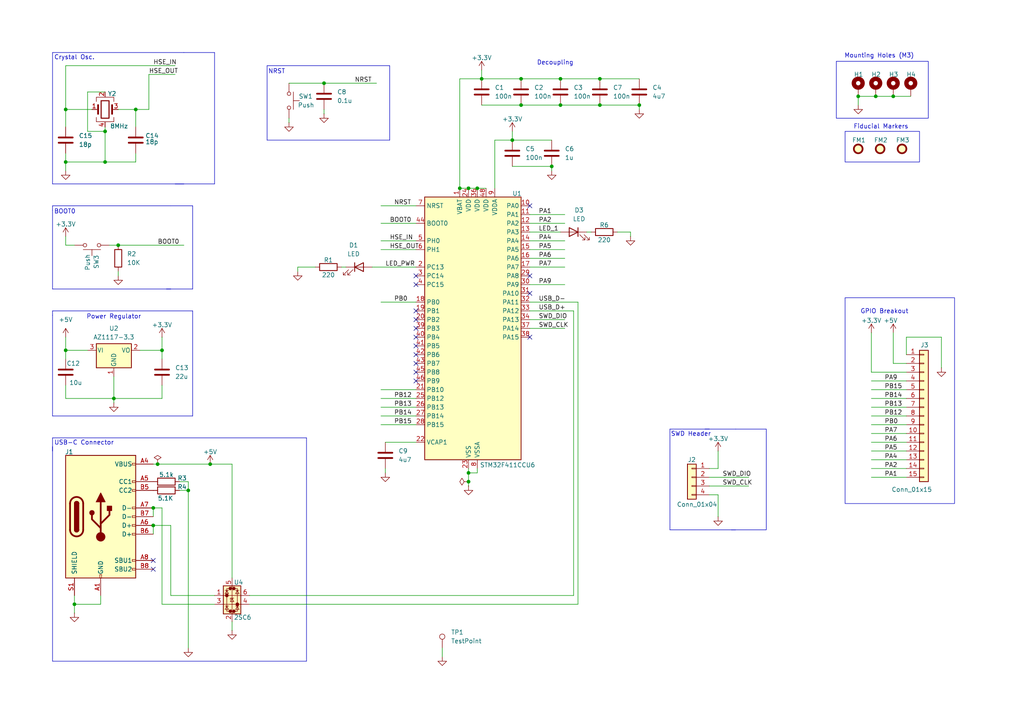
<source format=kicad_sch>
(kicad_sch (version 20231120) (generator "eeschema") (generator_version "8.0")
  (paper "A4")
  (title_block (title "STM32F411 Project") (date "2024-12-18") (rev "V.1"))
  (lib_symbols
    (symbol "Connector:TestPoint" (pin_numbers hide) (pin_names (offset 0.762) hide)
      (property "Reference" "TP" (at 0 6.858 0))
      (property "Value" "TestPoint" (at 0 5.08 0))
      (symbol "TestPoint_1_1"
        (pin passive line (at 0 0 90) (length 2.54) (name "1") (number "1"))
      )
    )
    (symbol "Connector:USB_C_Receptacle_USB2.0_16P" (pin_names (offset 1.016))
      (property "Reference" "J" (at 0 22.225 0))
      (property "Value" "USB_C_Receptacle_USB2.0_16P" (at 0 19.685 0))
      (symbol "USB_C_Receptacle_USB2.0_16P_1_1"
        (pin passive line (at 0 -22.86 90) (length 5.08) (name "GND") (number "A1"))
        (pin passive line (at 0 -22.86 90) (length 5.08) hide (name "GND") (number "A12"))
        (pin passive line (at 15.24 15.24 180) (length 5.08) (name "VBUS") (number "A4"))
        (pin bidirectional line (at 15.24 10.16 180) (length 5.08) (name "CC1") (number "A5"))
        (pin bidirectional line (at 15.24 -2.54 180) (length 5.08) (name "D+") (number "A6"))
        (pin bidirectional line (at 15.24 2.54 180) (length 5.08) (name "D-") (number "A7"))
        (pin bidirectional line (at 15.24 -12.7 180) (length 5.08) (name "SBU1") (number "A8"))
        (pin passive line (at 15.24 15.24 180) (length 5.08) hide (name "VBUS") (number "A9"))
        (pin passive line (at 0 -22.86 90) (length 5.08) hide (name "GND") (number "B1"))
        (pin passive line (at 0 -22.86 90) (length 5.08) hide (name "GND") (number "B12"))
        (pin passive line (at 15.24 15.24 180) (length 5.08) hide (name "VBUS") (number "B4"))
        (pin bidirectional line (at 15.24 7.62 180) (length 5.08) (name "CC2") (number "B5"))
        (pin bidirectional line (at 15.24 -5.08 180) (length 5.08) (name "D+") (number "B6"))
        (pin bidirectional line (at 15.24 0 180) (length 5.08) (name "D-") (number "B7"))
        (pin bidirectional line (at 15.24 -15.24 180) (length 5.08) (name "SBU2") (number "B8"))
        (pin passive line (at 15.24 15.24 180) (length 5.08) hide (name "VBUS") (number "B9"))
        (pin passive line (at -7.62 -22.86 90) (length 5.08) (name "SHIELD") (number "S1"))
      )
    )
    (symbol "Connector_Generic:Conn_01x04" (pin_names (offset 1.016) hide)
      (property "Reference" "J" (at 0 5.08 0))
      (property "Value" "Conn_01x04" (at 0 -7.62 0))
      (symbol "Conn_01x04_1_1"
        (pin passive line (at -5.08 2.54 0) (length 3.81) (name "Pin_1") (number "1"))
        (pin passive line (at -5.08 0 0) (length 3.81) (name "Pin_2") (number "2"))
        (pin passive line (at -5.08 -2.54 0) (length 3.81) (name "Pin_3") (number "3"))
        (pin passive line (at -5.08 -5.08 0) (length 3.81) (name "Pin_4") (number "4"))
      )
    )
    (symbol "Connector_Generic:Conn_01x15" (pin_names (offset 1.016) hide)
      (property "Reference" "J" (at 0 20.32 0))
      (property "Value" "Conn_01x15" (at 0 -20.32 0))
      (symbol "Conn_01x15_1_1"
        (pin passive line (at -5.08 17.78 0) (length 3.81) (name "Pin_1") (number "1"))
        (pin passive line (at -5.08 -5.08 0) (length 3.81) (name "Pin_10") (number "10"))
        (pin passive line (at -5.08 -7.62 0) (length 3.81) (name "Pin_11") (number "11"))
        (pin passive line (at -5.08 -10.16 0) (length 3.81) (name "Pin_12") (number "12"))
        (pin passive line (at -5.08 -12.7 0) (length 3.81) (name "Pin_13") (number "13"))
        (pin passive line (at -5.08 -15.24 0) (length 3.81) (name "Pin_14") (number "14"))
        (pin passive line (at -5.08 -17.78 0) (length 3.81) (name "Pin_15") (number "15"))
        (pin passive line (at -5.08 15.24 0) (length 3.81) (name "Pin_2") (number "2"))
        (pin passive line (at -5.08 12.7 0) (length 3.81) (name "Pin_3") (number "3"))
        (pin passive line (at -5.08 10.16 0) (length 3.81) (name "Pin_4") (number "4"))
        (pin passive line (at -5.08 7.62 0) (length 3.81) (name "Pin_5") (number "5"))
        (pin passive line (at -5.08 5.08 0) (length 3.81) (name "Pin_6") (number "6"))
        (pin passive line (at -5.08 2.54 0) (length 3.81) (name "Pin_7") (number "7"))
        (pin passive line (at -5.08 0 0) (length 3.81) (name "Pin_8") (number "8"))
        (pin passive line (at -5.08 -2.54 0) (length 3.81) (name "Pin_9") (number "9"))
      )
    )
    (symbol "Device:C" (pin_numbers hide) (pin_names (offset 0.254))
      (property "Reference" "C" (at 0.635 2.54 0))
      (property "Value" "C" (at 0.635 -2.54 0))
      (symbol "C_1_1"
        (pin passive line (at 0 3.81 270) (length 2.794) (name "~") (number "1"))
        (pin passive line (at 0 -3.81 90) (length 2.794) (name "~") (number "2"))
      )
    )
    (symbol "Device:Crystal_GND24" (pin_names (offset 1.016) hide)
      (property "Reference" "Y" (at 3.175 5.08 0))
      (property "Value" "Crystal_GND24" (at 3.175 3.175 0))
      (symbol "Crystal_GND24_1_1"
        (pin passive line (at -3.81 0 0) (length 1.27) (name "1") (number "1"))
        (pin passive line (at 0 5.08 270) (length 1.27) (name "2") (number "2"))
        (pin passive line (at 3.81 0 180) (length 1.27) (name "3") (number "3"))
        (pin passive line (at 0 -5.08 90) (length 1.27) (name "4") (number "4"))
      )
    )
    (symbol "Device:LED" (pin_numbers hide) (pin_names (offset 1.016) hide)
      (property "Reference" "D" (at 0 2.54 0))
      (property "Value" "LED" (at 0 -2.54 0))
      (symbol "LED_1_1"
        (pin passive line (at -3.81 0 0) (length 2.54) (name "K") (number "1"))
        (pin passive line (at 3.81 0 180) (length 2.54) (name "A") (number "2"))
      )
    )
    (symbol "Device:R" (pin_numbers hide) (pin_names (offset 0))
      (property "Reference" "R" (at 2.032 0 90))
      (property "Value" "R" (at 0 0 90))
      (symbol "R_1_1"
        (pin passive line (at 0 3.81 270) (length 1.27) (name "~") (number "1"))
        (pin passive line (at 0 -3.81 90) (length 1.27) (name "~") (number "2"))
      )
    )
    (symbol "MCU_ST_STM32F4:STM32F411CCUx"
      (property "Reference" "U" (at -12.7 39.37 0))
      (property "Value" "STM32F411CCUx" (at 10.16 39.37 0))
      (symbol "STM32F411CCUx_1_1"
        (pin power_in line (at -2.54 40.64 270) (length 2.54) (name "VBAT") (number "1"))
        (pin bidirectional line (at 17.78 35.56 180) (length 2.54) (name "PA0") (number "10"))
        (pin bidirectional line (at 17.78 33.02 180) (length 2.54) (name "PA1") (number "11"))
        (pin bidirectional line (at 17.78 30.48 180) (length 2.54) (name "PA2") (number "12"))
        (pin bidirectional line (at 17.78 27.94 180) (length 2.54) (name "PA3") (number "13"))
        (pin bidirectional line (at 17.78 25.4 180) (length 2.54) (name "PA4") (number "14"))
        (pin bidirectional line (at 17.78 22.86 180) (length 2.54) (name "PA5") (number "15"))
        (pin bidirectional line (at 17.78 20.32 180) (length 2.54) (name "PA6") (number "16"))
        (pin bidirectional line (at 17.78 17.78 180) (length 2.54) (name "PA7") (number "17"))
        (pin bidirectional line (at -15.24 7.62 0) (length 2.54) (name "PB0") (number "18"))
        (pin bidirectional line (at -15.24 5.08 0) (length 2.54) (name "PB1") (number "19"))
        (pin bidirectional line (at -15.24 17.78 0) (length 2.54) (name "PC13") (number "2"))
        (pin bidirectional line (at -15.24 2.54 0) (length 2.54) (name "PB2") (number "20"))
        (pin bidirectional line (at -15.24 -17.78 0) (length 2.54) (name "PB10") (number "21"))
        (pin power_out line (at -15.24 -33.02 0) (length 2.54) (name "VCAP1") (number "22"))
        (pin power_in line (at 0 -40.64 90) (length 2.54) (name "VSS") (number "23"))
        (pin power_in line (at 0 40.64 270) (length 2.54) (name "VDD") (number "24"))
        (pin bidirectional line (at -15.24 -20.32 0) (length 2.54) (name "PB12") (number "25"))
        (pin bidirectional line (at -15.24 -22.86 0) (length 2.54) (name "PB13") (number "26"))
        (pin bidirectional line (at -15.24 -25.4 0) (length 2.54) (name "PB14") (number "27"))
        (pin bidirectional line (at -15.24 -27.94 0) (length 2.54) (name "PB15") (number "28"))
        (pin bidirectional line (at 17.78 15.24 180) (length 2.54) (name "PA8") (number "29"))
        (pin bidirectional line (at -15.24 15.24 0) (length 2.54) (name "PC14") (number "3"))
        (pin bidirectional line (at 17.78 12.7 180) (length 2.54) (name "PA9") (number "30"))
        (pin bidirectional line (at 17.78 10.16 180) (length 2.54) (name "PA10") (number "31"))
        (pin bidirectional line (at 17.78 7.62 180) (length 2.54) (name "PA11") (number "32"))
        (pin bidirectional line (at 17.78 5.08 180) (length 2.54) (name "PA12") (number "33"))
        (pin bidirectional line (at 17.78 2.54 180) (length 2.54) (name "PA13") (number "34"))
        (pin passive line (at 0 -40.64 90) (length 2.54) hide (name "VSS") (number "35"))
        (pin power_in line (at 2.54 40.64 270) (length 2.54) (name "VDD") (number "36"))
        (pin bidirectional line (at 17.78 0 180) (length 2.54) (name "PA14") (number "37"))
        (pin bidirectional line (at 17.78 -2.54 180) (length 2.54) (name "PA15") (number "38"))
        (pin bidirectional line (at -15.24 0 0) (length 2.54) (name "PB3") (number "39"))
        (pin bidirectional line (at -15.24 12.7 0) (length 2.54) (name "PC15") (number "4"))
        (pin bidirectional line (at -15.24 -2.54 0) (length 2.54) (name "PB4") (number "40"))
        (pin bidirectional line (at -15.24 -5.08 0) (length 2.54) (name "PB5") (number "41"))
        (pin bidirectional line (at -15.24 -7.62 0) (length 2.54) (name "PB6") (number "42"))
        (pin bidirectional line (at -15.24 -10.16 0) (length 2.54) (name "PB7") (number "43"))
        (pin input line (at -15.24 30.48 0) (length 2.54) (name "BOOT0") (number "44"))
        (pin bidirectional line (at -15.24 -12.7 0) (length 2.54) (name "PB8") (number "45"))
        (pin bidirectional line (at -15.24 -15.24 0) (length 2.54) (name "PB9") (number "46"))
        (pin passive line (at 0 -40.64 90) (length 2.54) hide (name "VSS") (number "47"))
        (pin power_in line (at 5.08 40.64 270) (length 2.54) (name "VDD") (number "48"))
        (pin passive line (at 0 -40.64 90) (length 2.54) hide (name "VSS") (number "49"))
        (pin bidirectional line (at -15.24 25.4 0) (length 2.54) (name "PH0") (number "5"))
        (pin bidirectional line (at -15.24 22.86 0) (length 2.54) (name "PH1") (number "6"))
        (pin input line (at -15.24 35.56 0) (length 2.54) (name "NRST") (number "7"))
        (pin power_in line (at 2.54 -40.64 90) (length 2.54) (name "VSSA") (number "8"))
        (pin power_in line (at 7.62 40.64 270) (length 2.54) (name "VDDA") (number "9"))
      )
    )
    (symbol "Mechanical:Fiducial" (exclude_from_sim yes) (in_bom no)
      (property "Reference" "FID" (at 0 5.08 0))
      (property "Value" "Fiducial" (at 0 3.175 0))
    )
    (symbol "Mechanical:MountingHole_Pad" (pin_numbers hide) (pin_names (offset 1.016) hide) (exclude_from_sim yes) (in_bom no)
      (property "Reference" "H" (at 0 6.35 0))
      (property "Value" "MountingHole_Pad" (at 0 4.445 0))
      (symbol "MountingHole_Pad_1_1"
        (pin input line (at 0 -2.54 90) (length 2.54) (name "1") (number "1"))
      )
    )
    (symbol "Power_Protection:USBLC6-2SC6" (pin_names hide)
      (property "Reference" "U" (at 0.635 5.715 0))
      (property "Value" "USBLC6-2SC6" (at 0.635 3.81 0))
      (symbol "USBLC6-2SC6_1_1"
        (pin passive line (at -5.08 0 0) (length 2.54) (name "I/O1") (number "1"))
        (pin passive line (at 0 -7.62 90) (length 2.54) (name "GND") (number "2"))
        (pin passive line (at -5.08 -2.54 0) (length 2.54) (name "I/O2") (number "3"))
        (pin passive line (at 5.08 -2.54 180) (length 2.54) (name "I/O2") (number "4"))
        (pin passive line (at 0 5.08 270) (length 2.54) (name "VBUS") (number "5"))
        (pin passive line (at 5.08 0 180) (length 2.54) (name "I/O1") (number "6"))
      )
    )
    (symbol "Regulator_Linear:AZ1117-3.3" (pin_names (offset 0.254))
      (property "Reference" "U" (at -3.81 3.175 0))
      (property "Value" "AZ1117-3.3" (at 0 3.175 0))
      (symbol "AZ1117-3.3_1_1"
        (pin power_in line (at 0 -7.62 90) (length 2.54) (name "GND") (number "1"))
        (pin power_out line (at 7.62 0 180) (length 2.54) (name "VO") (number "2"))
        (pin power_in line (at -7.62 0 0) (length 2.54) (name "VI") (number "3"))
      )
    )
    (symbol "Switch:SW_Push" (pin_numbers hide) (pin_names (offset 1.016) hide)
      (property "Reference" "SW" (at 1.27 2.54 0))
      (property "Value" "SW_Push" (at 0 -1.524 0))
      (symbol "SW_Push_0_1"
        (pin passive line (at -5.08 0 0) (length 2.54) (name "1") (number "1"))
        (pin passive line (at 5.08 0 180) (length 2.54) (name "2") (number "2"))
      )
    )
    (symbol "power:+3.3V" (power) (pin_numbers hide) (pin_names (offset 0) hide)
      (property "Value" "+3.3V" (at 0 3.556 0))
      (symbol "+3.3V_1_1"
        (pin power_in line (at 0 0 90) (length 0) (name "~") (number "1"))
      )
    )
    (symbol "power:+5V" (power) (pin_numbers hide) (pin_names (offset 0) hide)
      (property "Value" "+5V" (at 0 3.556 0))
      (symbol "+5V_1_1"
        (pin power_in line (at 0 0 90) (length 0) (name "~") (number "1"))
      )
    )
    (symbol "power:GND" (power) (pin_numbers hide) (pin_names (offset 0) hide)
      (property "Value" "GND" (at 0 -3.81 0))
      (symbol "GND_1_1"
        (pin power_in line (at 0 0 270) (length 0) (name "~") (number "1"))
      )
    )
    (symbol "power:PWR_FLAG" (power) (pin_numbers hide) (pin_names (offset 0) hide)
      (property "Value" "PWR_FLAG" (at 0 3.81 0))
      (symbol "PWR_FLAG_0_0"
        (pin power_out line (at 0 0 90) (length 0) (name "~") (number "1"))
      )
    )
  )
  (junction (at 46.99 101.6))
  (junction (at 44.45 152.4))
  (junction (at 148.59 40.64))
  (junction (at 30.48 38.1))
  (junction (at 133.35 54.61))
  (junction (at 21.59 175.26))
  (junction (at 138.43 54.61))
  (junction (at 151.13 30.48))
  (junction (at 44.45 147.32))
  (junction (at 54.61 142.24))
  (junction (at 93.98 24.13))
  (junction (at 162.56 30.48))
  (junction (at 185.42 30.48))
  (junction (at 162.56 22.86))
  (junction (at 254 27.94))
  (junction (at 33.02 115.57))
  (junction (at 173.99 30.48))
  (junction (at 19.05 31.75))
  (junction (at 45.72 134.62))
  (junction (at 39.37 31.75))
  (junction (at 248.92 27.94))
  (junction (at 139.7 22.86))
  (junction (at 60.96 134.62))
  (junction (at 135.89 139.7))
  (junction (at 19.05 101.6))
  (junction (at 259.08 27.94))
  (junction (at 160.02 48.26))
  (junction (at 19.05 46.99))
  (junction (at 135.89 54.61))
  (junction (at 173.99 22.86))
  (junction (at 135.89 137.16))
  (junction (at 34.29 71.12))
  (junction (at 151.13 22.86))
  (junction (at 30.48 46.99))
  (no_connect (at 120.65 82.55))
  (no_connect (at 120.65 80.01))
  (no_connect (at 120.65 102.87))
  (no_connect (at 120.65 97.79))
  (no_connect (at 44.45 165.1))
  (no_connect (at 120.65 90.17))
  (no_connect (at 120.65 95.25))
  (no_connect (at 120.65 110.49))
  (no_connect (at 120.65 100.33))
  (no_connect (at 120.65 107.95))
  (no_connect (at 153.67 59.69))
  (no_connect (at 153.67 80.01))
  (no_connect (at 153.67 97.79))
  (no_connect (at 44.45 162.56))
  (no_connect (at 153.67 85.09))
  (no_connect (at 120.65 105.41))
  (no_connect (at 120.65 92.71))
  (wire (pts (xy 205.74 140.97) (xy 217.17 140.97)))
  (wire (pts (xy 128.27 187.96) (xy 128.27 190.5)))
  (wire (pts (xy 153.67 77.47) (xy 163.83 77.47)))
  (wire (pts (xy 31.75 71.12) (xy 34.29 71.12)))
  (wire (pts (xy 162.56 22.86) (xy 173.99 22.86)))
  (wire (pts (xy 148.59 40.64) (xy 160.02 40.64)))
  (wire (pts (xy 19.05 44.45) (xy 19.05 46.99)))
  (wire (pts (xy 153.67 90.17) (xy 166.37 90.17)))
  (wire (pts (xy 52.07 142.24) (xy 54.61 142.24)))
  (wire (pts (xy 248.92 27.94) (xy 254 27.94)))
  (wire (pts (xy 67.31 180.34) (xy 67.31 182.88)))
  (wire (pts (xy 110.49 64.77) (xy 120.65 64.77)))
  (polyline (pts (xy 88.9 191.77) (xy 88.9 127)))
  (wire (pts (xy 151.13 22.86) (xy 162.56 22.86)))
  (polyline (pts (xy 15.24 120.65) (xy 55.88 120.65)))
  (wire (pts (xy 19.05 101.6) (xy 19.05 104.14)))
  (wire (pts (xy 39.37 31.75) (xy 39.37 36.83)))
  (wire (pts (xy 19.05 115.57) (xy 33.02 115.57)))
  (polyline (pts (xy 15.24 60.96) (xy 15.24 83.82)))
  (wire (pts (xy 252.73 138.43) (xy 262.89 138.43)))
  (polyline (pts (xy 204.47 124.46) (xy 213.36 124.46)))
  (wire (pts (xy 252.73 130.81) (xy 262.89 130.81)))
  (wire (pts (xy 138.43 137.16) (xy 135.89 137.16)))
  (wire (pts (xy 254 27.94) (xy 259.08 27.94)))
  (wire (pts (xy 133.35 54.61) (xy 133.35 22.86)))
  (wire (pts (xy 153.67 87.63) (xy 167.64 87.63)))
  (wire (pts (xy 46.99 97.79) (xy 46.99 101.6)))
  (wire (pts (xy 262.89 107.95) (xy 252.73 107.95)))
  (polyline (pts (xy 55.88 90.17) (xy 15.24 90.17)))
  (wire (pts (xy 139.7 20.32) (xy 139.7 22.86)))
  (wire (pts (xy 252.73 120.65) (xy 262.89 120.65)))
  (wire (pts (xy 72.39 172.72) (xy 166.37 172.72)))
  (wire (pts (xy 30.48 26.67) (xy 25.4 26.67)))
  (wire (pts (xy 25.4 26.67) (xy 25.4 38.1)))
  (wire (pts (xy 166.37 172.72) (xy 166.37 90.17)))
  (wire (pts (xy 39.37 46.99) (xy 30.48 46.99)))
  (wire (pts (xy 19.05 19.05) (xy 50.8 19.05)))
  (wire (pts (xy 138.43 135.89) (xy 138.43 137.16)))
  (wire (pts (xy 185.42 30.48) (xy 185.42 31.75)))
  (wire (pts (xy 93.98 24.13) (xy 109.22 24.13)))
  (polyline (pts (xy 15.24 191.77) (xy 88.9 191.77)))
  (wire (pts (xy 46.99 175.26) (xy 62.23 175.26)))
  (wire (pts (xy 34.29 71.12) (xy 53.34 71.12)))
  (wire (pts (xy 49.53 172.72) (xy 62.23 172.72)))
  (polyline (pts (xy 15.24 53.34) (xy 53.34 53.34)))
  (wire (pts (xy 252.73 135.89) (xy 262.89 135.89)))
  (wire (pts (xy 110.49 118.11) (xy 120.65 118.11)))
  (wire (pts (xy 110.49 123.19) (xy 120.65 123.19)))
  (wire (pts (xy 39.37 31.75) (xy 43.18 31.75)))
  (wire (pts (xy 110.49 115.57) (xy 120.65 115.57)))
  (wire (pts (xy 205.74 135.89) (xy 208.28 135.89)))
  (wire (pts (xy 107.95 77.47) (xy 120.65 77.47)))
  (wire (pts (xy 19.05 111.76) (xy 19.05 115.57)))
  (polyline (pts (xy 62.23 53.34) (xy 50.8 53.34)))
  (wire (pts (xy 110.49 69.85) (xy 120.65 69.85)))
  (wire (pts (xy 86.36 77.47) (xy 86.36 78.74)))
  (wire (pts (xy 259.08 96.52) (xy 259.08 105.41)))
  (wire (pts (xy 208.28 143.51) (xy 208.28 149.86)))
  (polyline (pts (xy 88.9 127) (xy 15.24 127)))
  (wire (pts (xy 46.99 147.32) (xy 46.99 175.26)))
  (wire (pts (xy 44.45 152.4) (xy 44.45 154.94)))
  (wire (pts (xy 153.67 95.25) (xy 163.83 95.25)))
  (wire (pts (xy 111.76 128.27) (xy 120.65 128.27)))
  (wire (pts (xy 133.35 54.61) (xy 135.89 54.61)))
  (wire (pts (xy 21.59 175.26) (xy 21.59 177.8)))
  (wire (pts (xy 153.67 67.31) (xy 162.56 67.31)))
  (polyline (pts (xy 77.47 19.05) (xy 113.03 19.05)))
  (wire (pts (xy 252.73 128.27) (xy 262.89 128.27)))
  (polyline (pts (xy 15.24 15.24) (xy 15.24 53.34)))
  (wire (pts (xy 205.74 143.51) (xy 208.28 143.51)))
  (wire (pts (xy 171.45 67.31) (xy 170.18 67.31)))
  (wire (pts (xy 151.13 30.48) (xy 162.56 30.48)))
  (wire (pts (xy 148.59 48.26) (xy 160.02 48.26)))
  (polyline (pts (xy 49.53 59.69) (xy 55.88 59.69)))
  (wire (pts (xy 25.4 38.1) (xy 30.48 38.1)))
  (wire (pts (xy 110.49 113.03) (xy 120.65 113.03)))
  (wire (pts (xy 139.7 30.48) (xy 151.13 30.48)))
  (wire (pts (xy 135.89 140.97) (xy 135.89 139.7)))
  (polyline (pts (xy 15.24 59.69) (xy 15.24 60.96)))
  (polyline (pts (xy 77.47 19.05) (xy 77.47 40.64)))
  (wire (pts (xy 135.89 54.61) (xy 138.43 54.61)))
  (wire (pts (xy 19.05 46.99) (xy 30.48 46.99)))
  (polyline (pts (xy 15.24 127) (xy 15.24 130.81)))
  (wire (pts (xy 135.89 135.89) (xy 135.89 137.16)))
  (wire (pts (xy 153.67 64.77) (xy 163.83 64.77)))
  (polyline (pts (xy 55.88 120.65) (xy 55.88 90.17)))
  (wire (pts (xy 39.37 44.45) (xy 39.37 46.99)))
  (wire (pts (xy 173.99 30.48) (xy 185.42 30.48)))
  (wire (pts (xy 252.73 118.11) (xy 262.89 118.11)))
  (polyline (pts (xy 113.03 40.64) (xy 113.03 19.05)))
  (polyline (pts (xy 213.36 153.67) (xy 194.31 153.67)))
  (wire (pts (xy 205.74 138.43) (xy 217.17 138.43)))
  (wire (pts (xy 110.49 120.65) (xy 120.65 120.65)))
  (wire (pts (xy 153.67 69.85) (xy 163.83 69.85)))
  (polyline (pts (xy 55.88 59.69) (xy 55.88 83.82)))
  (polyline (pts (xy 62.23 15.24) (xy 62.23 53.34)))
  (wire (pts (xy 252.73 110.49) (xy 262.89 110.49)))
  (wire (pts (xy 252.73 123.19) (xy 262.89 123.19)))
  (wire (pts (xy 19.05 97.79) (xy 19.05 101.6)))
  (polyline (pts (xy 77.47 40.64) (xy 113.03 40.64)))
  (wire (pts (xy 43.18 21.59) (xy 43.18 31.75)))
  (wire (pts (xy 49.53 152.4) (xy 49.53 172.72)))
  (wire (pts (xy 44.45 134.62) (xy 45.72 134.62)))
  (wire (pts (xy 40.64 101.6) (xy 46.99 101.6)))
  (wire (pts (xy 30.48 38.1) (xy 30.48 36.83)))
  (wire (pts (xy 248.92 27.94) (xy 248.92 30.48)))
  (wire (pts (xy 44.45 147.32) (xy 46.99 147.32)))
  (wire (pts (xy 46.99 101.6) (xy 46.99 104.14)))
  (wire (pts (xy 167.64 175.26) (xy 167.64 87.63)))
  (wire (pts (xy 19.05 68.58) (xy 19.05 71.12)))
  (polyline (pts (xy 15.24 90.17) (xy 15.24 91.44)))
  (polyline (pts (xy 49.53 59.69) (xy 15.24 59.69)))
  (wire (pts (xy 67.31 134.62) (xy 60.96 134.62)))
  (polyline (pts (xy 15.24 129.54) (xy 15.24 191.77)))
  (wire (pts (xy 173.99 22.86) (xy 185.42 22.86)))
  (wire (pts (xy 34.29 31.75) (xy 39.37 31.75)))
  (wire (pts (xy 208.28 130.81) (xy 208.28 135.89)))
  (polyline (pts (xy 15.24 15.24) (xy 53.34 15.24)))
  (polyline (pts (xy 213.36 124.46) (xy 222.25 124.46)))
  (polyline (pts (xy 53.34 15.24) (xy 62.23 15.24)))
  (wire (pts (xy 262.89 102.87) (xy 262.89 97.79)))
  (wire (pts (xy 45.72 134.62) (xy 60.96 134.62)))
  (wire (pts (xy 111.76 135.89) (xy 111.76 137.16)))
  (polyline (pts (xy 55.88 83.82) (xy 48.26 83.82)))
  (wire (pts (xy 44.45 147.32) (xy 44.45 149.86)))
  (wire (pts (xy 33.02 109.22) (xy 33.02 115.57)))
  (wire (pts (xy 29.21 172.72) (xy 29.21 175.26)))
  (wire (pts (xy 139.7 22.86) (xy 151.13 22.86)))
  (wire (pts (xy 33.02 115.57) (xy 33.02 116.84)))
  (wire (pts (xy 19.05 71.12) (xy 21.59 71.12)))
  (wire (pts (xy 43.18 21.59) (xy 50.8 21.59)))
  (wire (pts (xy 34.29 78.74) (xy 34.29 80.01)))
  (wire (pts (xy 143.51 40.64) (xy 148.59 40.64)))
  (polyline (pts (xy 194.31 153.67) (xy 194.31 124.46)))
  (wire (pts (xy 133.35 22.86) (xy 139.7 22.86)))
  (wire (pts (xy 153.67 92.71) (xy 163.83 92.71)))
  (wire (pts (xy 160.02 48.26) (xy 160.02 49.53)))
  (wire (pts (xy 30.48 38.1) (xy 30.48 46.99)))
  (wire (pts (xy 72.39 175.26) (xy 167.64 175.26)))
  (wire (pts (xy 21.59 172.72) (xy 21.59 175.26)))
  (wire (pts (xy 54.61 142.24) (xy 54.61 187.96)))
  (polyline (pts (xy 194.31 124.46) (xy 205.74 124.46)))
  (wire (pts (xy 29.21 175.26) (xy 21.59 175.26)))
  (wire (pts (xy 259.08 27.94) (xy 264.16 27.94)))
  (wire (pts (xy 99.06 77.47) (xy 100.33 77.47)))
  (wire (pts (xy 19.05 101.6) (xy 25.4 101.6)))
  (wire (pts (xy 138.43 54.61) (xy 140.97 54.61)))
  (wire (pts (xy 262.89 105.41) (xy 259.08 105.41)))
  (wire (pts (xy 153.67 82.55) (xy 163.83 82.55)))
  (wire (pts (xy 19.05 46.99) (xy 19.05 49.53)))
  (wire (pts (xy 110.49 87.63) (xy 120.65 87.63)))
  (wire (pts (xy 44.45 152.4) (xy 49.53 152.4)))
  (wire (pts (xy 252.73 133.35) (xy 262.89 133.35)))
  (wire (pts (xy 93.98 31.75) (xy 93.98 33.02)))
  (wire (pts (xy 26.67 31.75) (xy 19.05 31.75)))
  (wire (pts (xy 67.31 134.62) (xy 67.31 167.64)))
  (polyline (pts (xy 15.24 91.44) (xy 15.24 120.65)))
  (wire (pts (xy 54.61 139.7) (xy 54.61 142.24)))
  (wire (pts (xy 110.49 59.69) (xy 120.65 59.69)))
  (wire (pts (xy 252.73 125.73) (xy 262.89 125.73)))
  (wire (pts (xy 153.67 74.93) (xy 163.83 74.93)))
  (wire (pts (xy 252.73 115.57) (xy 262.89 115.57)))
  (wire (pts (xy 46.99 111.76) (xy 46.99 115.57)))
  (wire (pts (xy 135.89 139.7) (xy 135.89 137.16)))
  (wire (pts (xy 46.99 115.57) (xy 33.02 115.57)))
  (wire (pts (xy 110.49 72.39) (xy 120.65 72.39)))
  (wire (pts (xy 153.67 72.39) (xy 163.83 72.39)))
  (polyline (pts (xy 15.24 83.82) (xy 49.53 83.82)))
  (wire (pts (xy 52.07 139.7) (xy 54.61 139.7)))
  (wire (pts (xy 86.36 77.47) (xy 91.44 77.47)))
  (wire (pts (xy 83.82 24.13) (xy 93.98 24.13)))
  (wire (pts (xy 148.59 38.1) (xy 148.59 40.64)))
  (wire (pts (xy 162.56 30.48) (xy 173.99 30.48)))
  (wire (pts (xy 252.73 96.52) (xy 252.73 107.95)))
  (wire (pts (xy 252.73 113.03) (xy 262.89 113.03)))
  (wire (pts (xy 19.05 31.75) (xy 19.05 19.05)))
  (wire (pts (xy 153.67 62.23) (xy 163.83 62.23)))
  (polyline (pts (xy 222.25 153.67) (xy 212.09 153.67)))
  (wire (pts (xy 182.88 67.31) (xy 182.88 68.58)))
  (polyline (pts (xy 222.25 124.46) (xy 222.25 153.67)))
  (wire (pts (xy 143.51 54.61) (xy 143.51 40.64)))
  (wire (pts (xy 262.89 97.79) (xy 273.05 97.79)))
  (wire (pts (xy 83.82 34.29) (xy 83.82 35.56)))
  (wire (pts (xy 273.05 97.79) (xy 273.05 106.68)))
  (wire (pts (xy 19.05 31.75) (xy 19.05 36.83)))
  (wire (pts (xy 179.07 67.31) (xy 182.88 67.31)))
  (rectangle (start 245.11 38.1) (end 266.7 46.99))
  (rectangle (start 242.57 17.78) (end 269.24 34.29))
  (rectangle (start 245.11 86.36) (end 276.86 146.05))
  (text "GPIO Breakout\n" (at 256.54 90.424 0) (effects (font (size 1.27 1.27))))
  (text "USB-C Connector\n" (at 24.384 128.524 0) (effects (font (size 1.27 1.27))))
  (text "NRST\n\n" (at 80.264 21.844 0) (effects (font (size 1.27 1.27))))
  (text "BOOT0\n" (at 18.796 61.468 0) (effects (font (size 1.27 1.27))))
  (text "Crystal Osc.\n" (at 21.59 16.764 0) (effects (font (size 1.27 1.27))))
  (text "Decoupling\n" (at 161.036 18.288 0) (effects (font (size 1.27 1.27))))
  (text "Power Regulator\n" (at 33.02 91.948 0) (effects (font (size 1.27 1.27))))
  (text "Mounting Holes (M3)\n" (at 255.016 16.256 0) (effects (font (size 1.27 1.27))))
  (text "Fiducial Markers\n" (at 255.524 36.83 0) (effects (font (size 1.27 1.27))))
  (text "SWD Header\n" (at 200.406 125.984 0) (effects (font (size 1.27 1.27))))
  (label "PA5" (at 156.21 72.39 0))
  (label "PB13" (at 256.54 118.11 0))
  (label "HSE_IN" (at 113.03 69.85 0))
  (label "BOOT0" (at 45.72 71.12 0))
  (label "PB13" (at 114.3 118.11 0))
  (label "PA5" (at 256.54 130.81 0))
  (label "PB0" (at 256.54 123.19 0))
  (label "PA7" (at 256.54 125.73 0))
  (label "HSE_OUT" (at 113.03 72.39 0))
  (label "LED_1" (at 156.21 67.31 0))
  (label "PA9" (at 256.54 110.49 0))
  (label "USB_D-" (at 156.21 87.63 0))
  (label "USB_D+" (at 156.21 90.17 0))
  (label "SWD_CLK" (at 156.21 95.25 0))
  (label "PB0" (at 114.3 87.63 0))
  (label "HSE_IN" (at 44.45 19.05 0))
  (label "SWD_DIO" (at 209.55 138.43 0))
  (label "NRST" (at 102.87 24.13 0))
  (label "PA4" (at 256.54 133.35 0))
  (label "PA1" (at 156.21 62.23 0))
  (label "SWD_CLK" (at 209.55 140.97 0))
  (label "BOOT0" (at 113.03 64.77 0))
  (label "PB15" (at 256.54 113.03 0))
  (label "PA1" (at 256.54 138.43 0))
  (label "PA2" (at 256.54 135.89 0))
  (label "PA4" (at 156.21 69.85 0))
  (label "PB12" (at 114.3 115.57 0))
  (label "PA9" (at 156.21 82.55 0))
  (label "PA7" (at 156.21 77.47 0))
  (label "HSE_OUT" (at 43.18 21.59 0))
  (label "NRST" (at 114.3 59.69 0))
  (label "SWD_DIO" (at 156.21 92.71 0))
  (label "PA6" (at 256.54 128.27 0))
  (label "PA2" (at 156.21 64.77 0))
  (label "PB14" (at 256.54 115.57 0))
  (label "PA6" (at 156.21 74.93 0))
  (label "PB12" (at 256.54 120.65 0))
  (label "PB15" (at 114.3 123.19 0))
  (label "LED_PWR" (at 111.76 77.47 0))
  (label "PB14" (at 114.3 120.65 0))
  (symbol (lib_id "Device:R") (at 48.26 139.7 90) (unit 1)
    (property "Reference" "R3" (at 52.832 138.684 90))
    (property "Value" "5.1k" (at 48.26 137.668 90))
    (property "Footprint" "Resistor_SMD:R_0402_1005Metric" (effects (hide yes)))
    (property "Description" "Resistor" (effects (hide yes)))
    (property "Distributor Link" "https://www.digikey.com/en/products/detail/yageo/RC0402FR-075K1L/726624" (effects (hide yes)))
    (property "Manufacturer" "YAGEO" (effects (hide yes)))
    (property "Manufacturer Part Number" "RC0402FR-075K1L" (effects (hide yes)))
  )
  (symbol (lib_id "Device:C") (at 148.59 44.45 0) (unit 1)
    (property "Reference" "C5" (at 152.4 43.1799 0) (effects (justify left)))
    (property "Value" "100n" (at 152.4 45.7199 0) (effects (justify left)))
    (property "Footprint" "Capacitor_SMD:C_0402_1005Metric" (effects (hide yes)))
    (property "Description" "Unpolarized capacitor" (effects (hide yes)))
    (property "Distributor Link" "https://www.digikey.com/en/products/detail/kyocera-avx/04023C104KAT2A-62/17868566" (effects (hide yes)))
    (property "Manufacturer" "KYOCERA AVX" (effects (hide yes)))
    (property "Manufacturer Part Number" "04023C104KAT2A-62" (effects (hide yes)))
  )
  (symbol (lib_id "power:+5V") (at 259.08 96.52 0) (unit 1)
    (property "Reference" "#PWR026" (effects (hide yes)))
    (property "Value" "+5V" (at 258.318 92.964 0))
    (property "Description" "Power symbol creates a global label with name \"+5V\"" (effects (hide yes)))
  )
  (symbol (lib_id "power:PWR_FLAG") (at 45.72 134.62 0) (unit 1)
    (property "Reference" "#FLG03" (effects (hide yes)))
    (property "Value" "PWR_FLAG" (effects (hide yes)))
    (property "Description" "Special symbol for telling ERC where power comes from" (effects (hide yes)))
  )
  (symbol (lib_id "Device:R") (at 34.29 74.93 180) (unit 1)
    (property "Reference" "R2" (at 36.83 73.6599 0) (effects (justify right)))
    (property "Value" "10K" (at 36.83 76.1999 0) (effects (justify right)))
    (property "Footprint" "Resistor_SMD:R_0402_1005Metric" (effects (hide yes)))
    (property "Description" "Resistor" (effects (hide yes)))
    (property "Distributor Link" "https://www.digikey.com/en/products/detail/yageo/RC0402JR-0710KL/726418" (effects (hide yes)))
    (property "Manufacturer" "YAGEO" (effects (hide yes)))
    (property "Manufacturer Part Number" "RC0402JR-0710KL" (effects (hide yes)))
  )
  (symbol (lib_id "power:GND") (at 54.61 187.96 0) (unit 1)
    (property "Reference" "#PWR015" (effects (hide yes)))
    (property "Value" "GND" (effects (hide yes)))
    (property "Description" "Power symbol creates a global label with name \"GND\" , ground" (effects (hide yes)))
  )
  (symbol (lib_id "power:+3.3V") (at 19.05 68.58 0) (unit 1)
    (property "Reference" "#PWR011" (effects (hide yes)))
    (property "Value" "+3.3V" (at 19.05 65.024 0))
    (property "Description" "Power symbol creates a global label with name \"+3.3V\"" (effects (hide yes)))
  )
  (symbol (lib_id "power:GND") (at 160.02 49.53 0) (unit 1)
    (property "Reference" "#PWR05" (effects (hide yes)))
    (property "Value" "GND" (effects (hide yes)))
    (property "Description" "Power symbol creates a global label with name \"GND\" , ground" (effects (hide yes)))
  )
  (symbol (lib_id "power:GND") (at 67.31 182.88 0) (unit 1)
    (property "Reference" "#PWR013" (effects (hide yes)))
    (property "Value" "GND" (effects (hide yes)))
    (property "Description" "Power symbol creates a global label with name \"GND\" , ground" (effects (hide yes)))
  )
  (symbol (lib_id "Connector_Generic:Conn_01x15") (at 267.97 120.65 0) (unit 1)
    (property "Reference" "J3" (at 266.954 100.076 0) (effects (justify left)))
    (property "Value" "Conn_01x15" (at 258.572 141.986 0) (effects (justify left)))
    (property "Footprint" "Connector_PinHeader_2.54mm:PinHeader_1x15_P2.54mm_Vertical" (effects (hide yes)))
    (property "Description" "Generic connector, single row, 01x15, script generated (kicad-library-utils/schlib/autogen/connector/)" (effects (hide yes)))
    (property "Distributor Link" "https://www.digikey.com/en/products/detail/adam-tech/PH1-15-UA/9830359" (effects (hide yes)))
    (property "Manufacturer" "Adam Tech" (effects (hide yes)))
    (property "Manufacturer Part Number" "PH1-15-UA" (effects (hide yes)))
  )
  (symbol (lib_id "Device:C") (at 160.02 44.45 0) (unit 1)
    (property "Reference" "C6" (at 163.83 43.1799 0) (effects (justify left)))
    (property "Value" "1u" (at 163.83 45.7199 0) (effects (justify left)))
    (property "Footprint" "Capacitor_SMD:C_0402_1005Metric" (effects (hide yes)))
    (property "Description" "Unpolarized capacitor" (effects (hide yes)))
    (property "Distributor Link" "https://www.digikey.com/en/products/detail/nextgen-components/0402W105K100HI/14632388?s=N4IgjCBcpgLFoDGUBmBDANgZwKYBoQB7KAbRAHZYBWMKkAXQIAcAXKEAZRYCcBLAOwDmIAL4EATAAZYATgQhkkdNnxFS4AAQBWgGINmbSCACq-XiwDyKALI40WAK7ccoggFp40Baky4CxSDIZAGY4CHoRMRAANnleABN2NzBJcRADdnSQFgBPJhcjeKxkSKA" (effects (hide yes)))
    (property "Manufacturer" "Aillen" (effects (hide yes)))
    (property "Manufacturer Part Number" "0402W105K100HI" (effects (hide yes)))
  )
  (symbol (lib_id "Device:C") (at 151.13 26.67 0) (unit 1)
    (property "Reference" "C2" (at 154.94 25.3999 0) (effects (justify left)))
    (property "Value" "100n" (at 154.94 27.9399 0) (effects (justify left)))
    (property "Footprint" "Capacitor_SMD:C_0402_1005Metric" (effects (hide yes)))
    (property "Description" "Unpolarized capacitor" (effects (hide yes)))
    (property "Distributor Link" "https://www.digikey.com/en/products/detail/kyocera-avx/04023C104KAT2A-62/17868566" (effects (hide yes)))
    (property "Manufacturer" "KYOCERA AVX" (effects (hide yes)))
    (property "Manufacturer Part Number" "04023C104KAT2A-62" (effects (hide yes)))
  )
  (symbol (lib_id "power:GND") (at 248.92 30.48 0) (unit 1)
    (property "Reference" "#PWR020" (effects (hide yes)))
    (property "Value" "GND" (effects (hide yes)))
    (property "Description" "Power symbol creates a global label with name \"GND\" , ground" (effects (hide yes)))
  )
  (symbol (lib_id "Device:R") (at 175.26 67.31 90) (mirror x) (unit 1)
    (property "Reference" "R6" (at 175.26 65.278 90))
    (property "Value" "220" (at 175.26 69.596 90))
    (property "Footprint" "Resistor_SMD:R_0402_1005Metric" (effects (hide yes)))
    (property "Description" "Resistor" (effects (hide yes)))
    (property "Distributor Link" "https://www.digikey.com/en/products/detail/yageo/RC0402FR-07221RL/2827610" (effects (hide yes)))
    (property "Manufacturer" "YAGEO" (effects (hide yes)))
    (property "Manufacturer Part Number" "RC0402FR-07221RL" (effects (hide yes)))
  )
  (symbol (lib_id "Device:C") (at 162.56 26.67 0) (unit 1)
    (property "Reference" "C3" (at 166.37 25.3999 0) (effects (justify left)))
    (property "Value" "100n" (at 166.37 27.9399 0) (effects (justify left)))
    (property "Footprint" "Capacitor_SMD:C_0402_1005Metric" (effects (hide yes)))
    (property "Description" "Unpolarized capacitor" (effects (hide yes)))
    (property "Distributor Link" "https://www.digikey.com/en/products/detail/kyocera-avx/04023C104KAT2A-62/17868566" (effects (hide yes)))
    (property "Manufacturer" "KYOCERA AVX" (effects (hide yes)))
    (property "Manufacturer Part Number" "04023C104KAT2A-62" (effects (hide yes)))
  )
  (symbol (lib_id "power:+3.3V") (at 208.28 130.81 0) (unit 1)
    (property "Reference" "#PWR022" (effects (hide yes)))
    (property "Value" "+3.3V" (at 208.28 127.254 0))
    (property "Description" "Power symbol creates a global label with name \"+3.3V\"" (effects (hide yes)))
  )
  (symbol (lib_id "Regulator_Linear:AZ1117-3.3") (at 33.02 101.6 0) (unit 1)
    (property "Reference" "U2" (at 33.02 95.25 0))
    (property "Value" "AZ1117-3.3" (at 33.02 97.79 0))
    (property "Footprint" "Package_TO_SOT_SMD:SOT-223-3_TabPin2" (effects (hide yes)))
    (property "Datasheet" "https://www.diodes.com/assets/Datasheets/AZ1117.pdf" (effects (hide yes)))
    (property "Description" "1A 20V Fixed LDO Linear Regulator, 3.3V, SOT-89/SOT-223/TO-220/TO-252/TO-263" (effects (hide yes)))
    (property "Distributor Link" "https://www.digikey.com/en/products/detail/diodes-incorporated/AZ1117CH-3-3TRG1/4470985" (effects (hide yes)))
    (property "Manufacturer" "Diodes Incorporated" (effects (hide yes)))
    (property "Manufacturer Part Number" "AZ1117CH-3.3TRG1" (effects (hide yes)))
  )
  (symbol (lib_id "power:GND") (at 182.88 68.58 0) (mirror y) (unit 1)
    (property "Reference" "#PWR09" (effects (hide yes)))
    (property "Value" "GND" (effects (hide yes)))
    (property "Description" "Power symbol creates a global label with name \"GND\" , ground" (effects (hide yes)))
  )
  (symbol (lib_id "power:+3.3V") (at 252.73 96.52 0) (unit 1)
    (property "Reference" "#PWR025" (effects (hide yes)))
    (property "Value" "+3.3V" (at 252.73 92.964 0))
    (property "Description" "Power symbol creates a global label with name \"+3.3V\"" (effects (hide yes)))
  )
  (symbol (lib_id "Mechanical:Fiducial") (at 261.62 43.18 0) (unit 1) (in_bom no)
    (property "Reference" "FM3" (at 259.842 40.64 0) (effects (justify left)))
    (property "Value" "Fiducial" (effects (hide yes)))
    (property "Footprint" "Fiducial:Fiducial_1mm_Mask2mm" (effects (hide yes)))
    (property "Description" "Fiducial Marker" (effects (hide yes)))
  )
  (symbol (lib_id "Device:R") (at 95.25 77.47 270) (unit 1)
    (property "Reference" "R1" (at 95.25 75.438 90))
    (property "Value" "220" (at 95.25 79.756 90))
    (property "Footprint" "Resistor_SMD:R_0402_1005Metric" (effects (hide yes)))
    (property "Description" "Resistor" (effects (hide yes)))
    (property "Distributor Link" "https://www.digikey.com/en/products/detail/yageo/RC0402FR-07221RL/2827610" (effects (hide yes)))
    (property "Manufacturer" "YAGEO" (effects (hide yes)))
    (property "Manufacturer Part Number" "RC0402FR-07221RL" (effects (hide yes)))
  )
  (symbol (lib_id "Switch:SW_Push") (at 83.82 29.21 270) (unit 1)
    (property "Reference" "SW1" (at 86.614 27.94 90) (effects (justify left)))
    (property "Value" "Push" (at 86.36 30.48 90) (effects (justify left)))
    (property "Footprint" "Button_Switch_SMD:SW_SPST_B3U-1000P" (effects (hide yes)))
    (property "Description" "Push button switch, generic, two pins" (effects (hide yes)))
    (property "Distributor Link" "https://www.digikey.com/en/products/detail/omron-electronics-inc-emc-div/B3U-1000P-B/1811777" (effects (hide yes)))
    (property "Manufacturer" "Omron Electronics Inc-EMC Div" (effects (hide yes)))
    (property "Manufacturer Part Number" "B3U-1000P-B" (effects (hide yes)))
  )
  (symbol (lib_id "power:GND") (at 111.76 137.16 0) (unit 1)
    (property "Reference" "#PWR010" (effects (hide yes)))
    (property "Value" "GND" (effects (hide yes)))
    (property "Description" "Power symbol creates a global label with name \"GND\" , ground" (effects (hide yes)))
  )
  (symbol (lib_id "power:+3.3V") (at 148.59 38.1 0) (unit 1)
    (property "Reference" "#PWR03" (effects (hide yes)))
    (property "Value" "+3.3V" (at 148.59 34.544 0))
    (property "Description" "Power symbol creates a global label with name \"+3.3V\"" (effects (hide yes)))
  )
  (symbol (lib_id "power:PWR_FLAG") (at 135.89 139.7 90) (unit 1)
    (property "Reference" "#FLG02" (effects (hide yes)))
    (property "Value" "PWR_FLAG" (effects (hide yes)))
    (property "Description" "Special symbol for telling ERC where power comes from" (effects (hide yes)))
  )
  (symbol (lib_id "Mechanical:MountingHole_Pad") (at 248.92 25.4 0) (unit 1) (in_bom no)
    (property "Reference" "H1" (at 247.65 21.59 0) (effects (justify left)))
    (property "Value" "MountingHole_Pad" (effects (hide yes)))
    (property "Footprint" "MountingHole:MountingHole_2.2mm_M2_Pad_Via" (effects (hide yes)))
    (property "Description" "Mounting Hole with connection" (effects (hide yes)))
  )
  (symbol (lib_id "power:GND") (at 34.29 80.01 0) (unit 1)
    (property "Reference" "#PWR024" (effects (hide yes)))
    (property "Value" "GND" (effects (hide yes)))
    (property "Description" "Power symbol creates a global label with name \"GND\" , ground" (effects (hide yes)))
  )
  (symbol (lib_id "power:GND") (at 33.02 116.84 0) (unit 1)
    (property "Reference" "#PWR016" (effects (hide yes)))
    (property "Value" "GND" (effects (hide yes)))
    (property "Description" "Power symbol creates a global label with name \"GND\" , ground" (effects (hide yes)))
  )
  (symbol (lib_id "Device:C") (at 139.7 26.67 0) (unit 1)
    (property "Reference" "C1" (at 143.51 25.3999 0) (effects (justify left)))
    (property "Value" "100n" (at 143.51 27.9399 0) (effects (justify left)))
    (property "Footprint" "Capacitor_SMD:C_0402_1005Metric" (effects (hide yes)))
    (property "Description" "Unpolarized capacitor" (effects (hide yes)))
    (property "Distributor Link" "https://www.digikey.com/en/products/detail/kyocera-avx/04023C104KAT2A-62/17868566" (effects (hide yes)))
    (property "Manufacturer" "KYOCERA AVX" (effects (hide yes)))
    (property "Manufacturer Part Number" "04023C104KAT2A-62" (effects (hide yes)))
  )
  (symbol (lib_id "power:GND") (at 93.98 33.02 0) (unit 1)
    (property "Reference" "#PWR06" (effects (hide yes)))
    (property "Value" "GND" (effects (hide yes)))
    (property "Description" "Power symbol creates a global label with name \"GND\" , ground" (effects (hide yes)))
  )
  (symbol (lib_id "power:GND") (at 19.05 49.53 0) (unit 1)
    (property "Reference" "#PWR023" (effects (hide yes)))
    (property "Value" "GND" (effects (hide yes)))
    (property "Description" "Power symbol creates a global label with name \"GND\" , ground" (effects (hide yes)))
  )
  (symbol (lib_id "Device:R") (at 48.26 142.24 270) (unit 1)
    (property "Reference" "R4" (at 52.832 141.224 90))
    (property "Value" "5.1K" (at 48.006 144.526 90))
    (property "Footprint" "Resistor_SMD:R_0402_1005Metric" (effects (hide yes)))
    (property "Description" "Resistor" (effects (hide yes)))
    (property "Distributor Link" "https://www.digikey.com/en/products/detail/yageo/RC0402FR-075K1L/726624" (effects (hide yes)))
    (property "Manufacturer" "YAGEO" (effects (hide yes)))
    (property "Manufacturer Part Number" "RC0402FR-075K1L" (effects (hide yes)))
  )
  (symbol (lib_id "Connector:USB_C_Receptacle_USB2.0_16P") (at 29.21 149.86 0) (unit 1)
    (property "Reference" "J1" (at 20.066 131.064 0))
    (property "Value" "USB_C_Receptacle_USB2.0_16P" (effects (hide yes)))
    (property "Footprint" "Connector_USB:USB_C_Receptacle_GCT_USB4105-xx-A_16P_TopMnt_Horizontal" (effects (hide yes)))
    (property "Datasheet" "https://www.usb.org/sites/default/files/documents/usb_type-c.zip" (effects (hide yes)))
    (property "Description" "USB 2.0-only 16P Type-C Receptacle connector" (effects (hide yes)))
    (property "Distributor Link" "https://www.digikey.com/en/products/detail/gct/USB4105-GF-A/11198441" (effects (hide yes)))
    (property "Manufacturer" "GCT" (effects (hide yes)))
    (property "Manufacturer Part Number" "USB4105-GF-A" (effects (hide yes)))
  )
  (symbol (lib_id "power:+5V") (at 19.05 97.79 0) (unit 1)
    (property "Reference" "#PWR017" (effects (hide yes)))
    (property "Value" "+5V" (at 19.05 92.71 0))
    (property "Description" "Power symbol creates a global label with name \"+5V\"" (effects (hide yes)))
  )
  (symbol (lib_id "Mechanical:MountingHole_Pad") (at 264.16 25.4 0) (unit 1) (in_bom no)
    (property "Reference" "H4" (at 262.89 21.59 0) (effects (justify left)))
    (property "Value" "MountingHole_Pad" (effects (hide yes)))
    (property "Footprint" "MountingHole:MountingHole_2.2mm_M2_Pad_Via" (effects (hide yes)))
    (property "Description" "Mounting Hole with connection" (effects (hide yes)))
  )
  (symbol (lib_id "Mechanical:Fiducial") (at 255.27 43.18 0) (unit 1) (in_bom no)
    (property "Reference" "FM2" (at 253.492 40.64 0) (effects (justify left)))
    (property "Value" "Fiducial" (effects (hide yes)))
    (property "Footprint" "Fiducial:Fiducial_1mm_Mask2mm" (effects (hide yes)))
    (property "Description" "Fiducial Marker" (effects (hide yes)))
  )
  (symbol (lib_id "Mechanical:MountingHole_Pad") (at 254 25.4 0) (unit 1) (in_bom no)
    (property "Reference" "H2" (at 252.73 21.59 0) (effects (justify left)))
    (property "Value" "MountingHole_Pad" (effects (hide yes)))
    (property "Footprint" "MountingHole:MountingHole_2.2mm_M2_Pad_Via" (effects (hide yes)))
    (property "Description" "Mounting Hole with connection" (effects (hide yes)))
  )
  (symbol (lib_id "Device:LED") (at 166.37 67.31 0) (mirror y) (unit 1)
    (property "Reference" "D3" (at 167.9575 60.96 0))
    (property "Value" "LED" (at 167.9575 63.5 0))
    (property "Footprint" "LED_SMD:LED_0402_1005Metric" (effects (hide yes)))
    (property "Description" "Light emitting diode" (effects (hide yes)))
    (property "Distributor Link" "https://www.digikey.com/en/products/detail/yongyu-optoelectronics/YY0402RE-NN2S0-T1AR4/25558572" (effects (hide yes)))
    (property "Manufacturer" "Yongyu Optoelectronics" (effects (hide yes)))
    (property "Manufacturer Part Number" "YY0402RE-NN2S0-T1AR4" (effects (hide yes)))
  )
  (symbol (lib_id "power:+3.3V") (at 46.99 97.79 0) (unit 1)
    (property "Reference" "#PWR018" (effects (hide yes)))
    (property "Value" "+3.3V" (at 46.99 94.234 0))
    (property "Description" "Power symbol creates a global label with name \"+3.3V\"" (effects (hide yes)))
  )
  (symbol (lib_id "Switch:SW_Push") (at 26.67 71.12 180) (unit 1)
    (property "Reference" "SW3" (at 27.94 73.914 90) (effects (justify left)))
    (property "Value" "Push" (at 25.4 73.66 90) (effects (justify left)))
    (property "Footprint" "Button_Switch_SMD:SW_SPST_B3U-1000P" (effects (hide yes)))
    (property "Description" "Push button switch, generic, two pins" (effects (hide yes)))
    (property "Distributor Link" "https://www.digikey.com/en/products/detail/omron-electronics-inc-emc-div/B3U-1000P-B/1811777" (effects (hide yes)))
    (property "Manufacturer" "Omron Electronics Inc-EMC Div" (effects (hide yes)))
    (property "Manufacturer Part Number" "B3U-1000P-B" (effects (hide yes)))
  )
  (symbol (lib_id "power:GND") (at 185.42 31.75 0) (unit 1)
    (property "Reference" "#PWR04" (effects (hide yes)))
    (property "Value" "GND" (effects (hide yes)))
    (property "Description" "Power symbol creates a global label with name \"GND\" , ground" (effects (hide yes)))
  )
  (symbol (lib_id "Mechanical:MountingHole_Pad") (at 259.08 25.4 0) (unit 1) (in_bom no)
    (property "Reference" "H3" (at 257.81 21.59 0) (effects (justify left)))
    (property "Value" "MountingHole_Pad" (effects (hide yes)))
    (property "Footprint" "MountingHole:MountingHole_2.2mm_M2_Pad_Via" (effects (hide yes)))
    (property "Description" "Mounting Hole with connection" (effects (hide yes)))
  )
  (symbol (lib_id "power:GND") (at 208.28 149.86 0) (unit 1)
    (property "Reference" "#PWR021" (effects (hide yes)))
    (property "Value" "GND" (effects (hide yes)))
    (property "Description" "Power symbol creates a global label with name \"GND\" , ground" (effects (hide yes)))
  )
  (symbol (lib_id "Device:C") (at 111.76 132.08 0) (unit 1)
    (property "Reference" "C9" (at 115.57 130.8099 0) (effects (justify left)))
    (property "Value" "4u7" (at 115.57 133.3499 0) (effects (justify left)))
    (property "Footprint" "Capacitor_SMD:C_0603_1608Metric" (effects (hide yes)))
    (property "Description" "Unpolarized capacitor" (effects (hide yes)))
    (property "Distributor Link" "https://www.digikey.com/en/products/detail/tdk-corporation/C1608X5R1C475K080AC/2732913" (effects (hide yes)))
    (property "Manufacturer" "TDK Corporation" (effects (hide yes)))
    (property "Manufacturer Part Number" "C1608X5R1C475K080AC" (effects (hide yes)))
  )
  (symbol (lib_id "Device:Crystal_GND24") (at 30.48 31.75 0) (unit 1)
    (property "Reference" "Y2" (at 32.512 27.178 0))
    (property "Value" "8MHz" (at 34.544 36.576 0))
    (property "Footprint" "Crystal:Crystal_SMD_Abracon_ABM3B-4Pin_5.0x3.2mm" (effects (hide yes)))
    (property "Description" "Four pin crystal, GND on pins 2 and 4" (effects (hide yes)))
    (property "Distributor Link" "https://www.digikey.com/en/products/detail/abracon-llc/ABM3B-8-000MHZ-B2-T/1873166" (effects (hide yes)))
    (property "Manufacturer" "Abracon LLC" (effects (hide yes)))
    (property "Manufacturer Part Number" "ABM3B-8.000MHZ-B2-T" (effects (hide yes)))
  )
  (symbol (lib_id "Device:C") (at 19.05 40.64 0) (unit 1)
    (property "Reference" "C15" (at 22.86 39.3699 0) (effects (justify left)))
    (property "Value" "18p" (at 22.86 41.9099 0) (effects (justify left)))
    (property "Footprint" "Capacitor_SMD:C_0603_1608Metric" (effects (hide yes)))
    (property "Description" "Unpolarized capacitor" (effects (hide yes)))
    (property "Distributor Link" "https://www.digikey.com/en/products/detail/nextgen-components/0603N180J500SD/22601919?s=N4IgjCBcoEwAwBYCcVQGMoDMCGAbAzgKYA0IA9lANrgAcABAA4BiIAuqQwC5QgCqAdgEtOAeUwBZQtnwBXAE6EQAX1IBaBKhAZIOAiXJUQCMAFYYEVkpUgAbJsEATHqrBwYIDt0ggPITgE8GRW8HfAwrIA" (effects (hide yes)))
    (property "Manufacturer" "NextGen Components" (effects (hide yes)))
    (property "Manufacturer Part Number" "0603N180J500SD" (effects (hide yes)))
  )
  (symbol (lib_id "power:GND") (at 86.36 78.74 0) (unit 1)
    (property "Reference" "#PWR08" (effects (hide yes)))
    (property "Value" "GND" (effects (hide yes)))
    (property "Description" "Power symbol creates a global label with name \"GND\" , ground" (effects (hide yes)))
  )
  (symbol (lib_id "Device:C") (at 19.05 107.95 0) (unit 1)
    (property "Reference" "C12" (at 19.304 105.41 0) (effects (justify left)))
    (property "Value" "10u" (at 20.066 110.998 0) (effects (justify left)))
    (property "Footprint" "Capacitor_SMD:C_0402_1005Metric" (effects (hide yes)))
    (property "Description" "Unpolarized capacitor" (effects (hide yes)))
    (property "Distributor Link" "https://www.digikey.com/en/products/detail/nextgen-components/0402W106M6R3HI/18677011?s=N4IgjCBcoEwAwBYCcVQGMoDMCGAbAzgKYA0IA9lANrhwAEArQGIgC6pADgC5QgCqAdgEtOAeUwBZQtnwBXAE6EQAX1IBaBKhAZIOAiXJUQSAMxgEEFkpUgAbJsEATHqrBwYIDt0ggPITgE92RW8HfAwrIA" (effects (hide yes)))
    (property "Manufacturer" "Aillen" (effects (hide yes)))
    (property "Manufacturer Part Number" "0402W106M6R3HI" (effects (hide yes)))
  )
  (symbol (lib_id "Device:C") (at 39.37 40.64 0) (unit 1)
    (property "Reference" "C14" (at 42.164 39.37 0) (effects (justify left)))
    (property "Value" "18p" (at 42.164 41.148 0) (effects (justify left)))
    (property "Footprint" "Capacitor_SMD:C_0603_1608Metric" (effects (hide yes)))
    (property "Description" "Unpolarized capacitor" (effects (hide yes)))
    (property "Distributor Link" "https://www.digikey.com/en/products/detail/nextgen-components/0603N180J500SD/22601919?s=N4IgjCBcoEwAwBYCcVQGMoDMCGAbAzgKYA0IA9lANrgAcABAA4BiIAuqQwC5QgCqAdgEtOAeUwBZQtnwBXAE6EQAX1IBaBKhAZIOAiXJUQCMAFYYEVkpUgAbJsEATHqrBwYIDt0ggPITgE8GRW8HfAwrIA" (effects (hide yes)))
    (property "Manufacturer" "NextGen Components" (effects (hide yes)))
    (property "Manufacturer Part Number" "0603N180J500SD" (effects (hide yes)))
  )
  (symbol (lib_id "Device:C") (at 93.98 27.94 180) (unit 1)
    (property "Reference" "C8" (at 97.79 26.6699 0) (effects (justify right)))
    (property "Value" "0.1u" (at 97.79 29.2099 0) (effects (justify right)))
    (property "Footprint" "Capacitor_SMD:C_0402_1005Metric" (effects (hide yes)))
    (property "Description" "Unpolarized capacitor" (effects (hide yes)))
    (property "Distributor Link" "https://www.digikey.com/en/products/detail/nextgen-components/0402B104K160HI/14632364" (effects (hide yes)))
    (property "Manufacturer" "Aillen" (effects (hide yes)))
    (property "Manufacturer Part Number" "0402B104K160HI" (effects (hide yes)))
  )
  (symbol (lib_id "Power_Protection:USBLC6-2SC6") (at 67.31 172.72 0) (unit 1)
    (property "Reference" "U4" (at 67.818 168.91 0) (effects (justify left)))
    (property "Value" "2SC6" (at 67.818 179.07 0) (effects (justify left)))
    (property "Footprint" "Package_TO_SOT_SMD:SOT-23-6" (effects (hide yes)))
    (property "Datasheet" "https://www.st.com/resource/en/datasheet/usblc6-2.pdf" (effects (hide yes)))
    (property "Description" "Very low capacitance ESD protection diode, 2 data-line, SOT-23-6" (effects (hide yes)))
    (property "Distributor Link" "https://www.digikey.com/en/products/detail/stmicroelectronics/USBLC6-2SC6/1040559" (effects (hide yes)))
    (property "Manufacturer" "STMicroelectronics" (effects (hide yes)))
    (property "Manufacturer Part Number" "USBLC6-2SC6" (effects (hide yes)))
  )
  (symbol (lib_id "power:GND") (at 128.27 190.5 0) (unit 1)
    (property "Reference" "#PWR027" (effects (hide yes)))
    (property "Value" "GND" (effects (hide yes)))
    (property "Description" "Power symbol creates a global label with name \"GND\" , ground" (effects (hide yes)))
  )
  (symbol (lib_id "Device:C") (at 46.99 107.95 0) (unit 1)
    (property "Reference" "C13" (at 50.8 106.6799 0) (effects (justify left)))
    (property "Value" "22u" (at 50.8 109.2199 0) (effects (justify left)))
    (property "Footprint" "Capacitor_SMD:C_0603_1608Metric" (effects (hide yes)))
    (property "Description" "Unpolarized capacitor" (effects (hide yes)))
    (property "Distributor Link" "https://www.digikey.com/en/products/detail/murata-electronics/GRM188R60J226MEA0D/4280542" (effects (hide yes)))
    (property "Manufacturer" "Murata Electronics" (effects (hide yes)))
    (property "Manufacturer Part Number" "GRM188R60J226MEA0D" (effects (hide yes)))
  )
  (symbol (lib_id "power:GND") (at 83.82 35.56 0) (unit 1)
    (property "Reference" "#PWR07" (effects (hide yes)))
    (property "Value" "GND" (effects (hide yes)))
    (property "Description" "Power symbol creates a global label with name \"GND\" , ground" (effects (hide yes)))
  )
  (symbol (lib_id "power:+3.3V") (at 139.7 20.32 0) (unit 1)
    (property "Reference" "#PWR02" (effects (hide yes)))
    (property "Value" "+3.3V" (at 139.7 16.764 0))
    (property "Description" "Power symbol creates a global label with name \"+3.3V\"" (effects (hide yes)))
  )
  (symbol (lib_id "Device:LED") (at 104.14 77.47 0) (unit 1)
    (property "Reference" "D1" (at 102.5525 71.12 0))
    (property "Value" "LED" (at 102.5525 73.66 0))
    (property "Footprint" "LED_SMD:LED_0402_1005Metric" (effects (hide yes)))
    (property "Description" "Light emitting diode" (effects (hide yes)))
    (property "Distributor Link" "https://www.digikey.com/en/products/detail/yongyu-optoelectronics/YY0402RE-NN2S0-T1AR4/25558572" (effects (hide yes)))
    (property "Manufacturer" "Yongyu Optoelectronics" (effects (hide yes)))
    (property "Manufacturer Part Number" "YY0402RE-NN2S0-T1AR4" (effects (hide yes)))
  )
  (symbol (lib_id "Connector_Generic:Conn_01x04") (at 200.66 138.43 0) (mirror y) (unit 1)
    (property "Reference" "J2" (at 200.66 133.35 0))
    (property "Value" "Conn_01x04" (at 202.184 146.304 0))
    (property "Footprint" "Connector_PinHeader_1.27mm:PinHeader_1x04_P1.27mm_Vertical" (effects (hide yes)))
    (property "Description" "Generic connector, single row, 01x04, script generated (kicad-library-utils/schlib/autogen/connector/)" (effects (hide yes)))
    (property "Distributor Link" "https://www.digikey.com/en/products/detail/sullins-connector-solutions/GRPB041VWVN-RC/1786440" (effects (hide yes)))
    (property "Manufacturer" "Sullins Connector Solutions" (effects (hide yes)))
    (property "Manufacturer Part Number" "GRPB041VWVN-RC" (effects (hide yes)))
  )
  (symbol (lib_id "Mechanical:Fiducial") (at 248.92 43.18 0) (unit 1) (in_bom no)
    (property "Reference" "FM1" (at 247.142 40.64 0) (effects (justify left)))
    (property "Value" "Fiducial" (effects (hide yes)))
    (property "Footprint" "Fiducial:Fiducial_1mm_Mask2mm" (effects (hide yes)))
    (property "Description" "Fiducial Marker" (effects (hide yes)))
  )
  (symbol (lib_id "power:GND") (at 135.89 140.97 0) (unit 1)
    (property "Reference" "#PWR01" (effects (hide yes)))
    (property "Value" "GND" (effects (hide yes)))
    (property "Description" "Power symbol creates a global label with name \"GND\" , ground" (effects (hide yes)))
  )
  (symbol (lib_id "power:GND") (at 273.05 106.68 0) (unit 1)
    (property "Reference" "#PWR014" (effects (hide yes)))
    (property "Value" "GND" (effects (hide yes)))
    (property "Description" "Power symbol creates a global label with name \"GND\" , ground" (effects (hide yes)))
  )
  (symbol (lib_id "power:GND") (at 21.59 177.8 0) (unit 1)
    (property "Reference" "#PWR012" (effects (hide yes)))
    (property "Value" "GND" (effects (hide yes)))
    (property "Description" "Power symbol creates a global label with name \"GND\" , ground" (effects (hide yes)))
  )
  (symbol (lib_id "MCU_ST_STM32F4:STM32F411CCUx") (at 135.89 95.25 0) (unit 1)
    (property "Reference" "U1" (at 148.59 56.134 0) (effects (justify left)))
    (property "Value" "STM32F411CCU6" (at 139.192 134.874 0) (effects (justify left)))
    (property "Footprint" "Package_DFN_QFN:QFN-48-1EP_7x7mm_P0.5mm_EP5.6x5.6mm" (effects (hide yes)))
    (property "Datasheet" "https://www.st.com/resource/en/datasheet/stm32f411cc.pdf" (effects (hide yes)))
    (property "Description" "STMicroelectronics Arm Cortex-M4 MCU, 256KB flash, 128KB RAM, 100 MHz, 1.7-3.6V, 36 GPIO, UFQFPN48" (effects (hide yes)))
    (property "Distributor Link" "https://www.digikey.com/en/products/detail/stmicroelectronics/STM32F411CCU6TR/6166917?s=N4IgTCBcDaIMoBUCyBmMAxALARmwYTwFUA2EAXQF8g" (effects (hide yes)))
    (property "Manufacturer" "STMicroelectronics" (effects (hide yes)))
    (property "Manufacturer Part Number" "STM32F411CCU6TR" (effects (hide yes)))
  )
  (symbol (lib_id "Device:C") (at 185.42 26.67 0) (unit 1)
    (property "Reference" "C4" (at 189.23 25.3999 0) (effects (justify left)))
    (property "Value" "4u7" (at 189.23 27.9399 0) (effects (justify left)))
    (property "Footprint" "Capacitor_SMD:C_0603_1608Metric" (effects (hide yes)))
    (property "Description" "Unpolarized capacitor" (effects (hide yes)))
    (property "Distributor Link" "https://www.digikey.com/en/products/detail/tdk-corporation/C1608X5R1C475K080AC/2732913" (effects (hide yes)))
    (property "Manufacturer" "TDK Corporation" (effects (hide yes)))
    (property "Manufacturer Part Number" "C1608X5R1C475K080AC" (effects (hide yes)))
  )
  (symbol (lib_id "Connector:TestPoint") (at 128.27 187.96 0) (unit 1)
    (property "Reference" "TP1" (at 130.81 183.3879 0) (effects (justify left)))
    (property "Value" "TestPoint" (at 130.81 185.9279 0) (effects (justify left)))
    (property "Footprint" "TestPoint:TestPoint_Bridge_Pitch2.54mm_Drill0.7mm" (effects (hide yes)))
    (property "Description" "test point" (effects (hide yes)))
  )
  (symbol (lib_id "power:+5V") (at 60.96 134.62 0) (unit 1)
    (property "Reference" "#PWR019" (effects (hide yes)))
    (property "Value" "+5V" (at 60.96 131.064 0))
    (property "Description" "Power symbol creates a global label with name \"+5V\"" (effects (hide yes)))
  )
  (symbol (lib_id "Device:C") (at 173.99 26.67 0) (unit 1)
    (property "Reference" "C7" (at 177.8 25.3999 0) (effects (justify left)))
    (property "Value" "100n" (at 177.8 27.9399 0) (effects (justify left)))
    (property "Footprint" "Capacitor_SMD:C_0402_1005Metric" (effects (hide yes)))
    (property "Description" "Unpolarized capacitor" (effects (hide yes)))
    (property "Distributor Link" "https://www.digikey.com/en/products/detail/kyocera-avx/04023C104KAT2A-62/17868566" (effects (hide yes)))
    (property "Manufacturer" "KYOCERA AVX" (effects (hide yes)))
    (property "Manufacturer Part Number" "04023C104KAT2A-62" (effects (hide yes)))
  )
)
</source>
